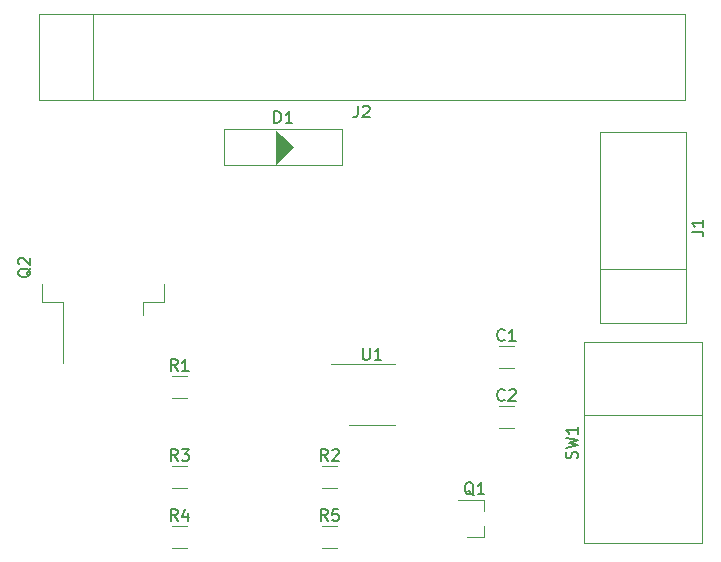
<source format=gbr>
G04 #@! TF.GenerationSoftware,KiCad,Pcbnew,7.0.7*
G04 #@! TF.CreationDate,2023-08-23T14:54:37-06:00*
G04 #@! TF.ProjectId,seedlab-power,73656564-6c61-4622-9d70-6f7765722e6b,rev?*
G04 #@! TF.SameCoordinates,Original*
G04 #@! TF.FileFunction,Legend,Top*
G04 #@! TF.FilePolarity,Positive*
%FSLAX46Y46*%
G04 Gerber Fmt 4.6, Leading zero omitted, Abs format (unit mm)*
G04 Created by KiCad (PCBNEW 7.0.7) date 2023-08-23 14:54:37*
%MOMM*%
%LPD*%
G01*
G04 APERTURE LIST*
%ADD10C,0.150000*%
%ADD11C,0.120000*%
%ADD12C,0.100000*%
G04 APERTURE END LIST*
D10*
X64473333Y-64579580D02*
X64425714Y-64627200D01*
X64425714Y-64627200D02*
X64282857Y-64674819D01*
X64282857Y-64674819D02*
X64187619Y-64674819D01*
X64187619Y-64674819D02*
X64044762Y-64627200D01*
X64044762Y-64627200D02*
X63949524Y-64531961D01*
X63949524Y-64531961D02*
X63901905Y-64436723D01*
X63901905Y-64436723D02*
X63854286Y-64246247D01*
X63854286Y-64246247D02*
X63854286Y-64103390D01*
X63854286Y-64103390D02*
X63901905Y-63912914D01*
X63901905Y-63912914D02*
X63949524Y-63817676D01*
X63949524Y-63817676D02*
X64044762Y-63722438D01*
X64044762Y-63722438D02*
X64187619Y-63674819D01*
X64187619Y-63674819D02*
X64282857Y-63674819D01*
X64282857Y-63674819D02*
X64425714Y-63722438D01*
X64425714Y-63722438D02*
X64473333Y-63770057D01*
X65425714Y-64674819D02*
X64854286Y-64674819D01*
X65140000Y-64674819D02*
X65140000Y-63674819D01*
X65140000Y-63674819D02*
X65044762Y-63817676D01*
X65044762Y-63817676D02*
X64949524Y-63912914D01*
X64949524Y-63912914D02*
X64854286Y-63960533D01*
X64473333Y-69659580D02*
X64425714Y-69707200D01*
X64425714Y-69707200D02*
X64282857Y-69754819D01*
X64282857Y-69754819D02*
X64187619Y-69754819D01*
X64187619Y-69754819D02*
X64044762Y-69707200D01*
X64044762Y-69707200D02*
X63949524Y-69611961D01*
X63949524Y-69611961D02*
X63901905Y-69516723D01*
X63901905Y-69516723D02*
X63854286Y-69326247D01*
X63854286Y-69326247D02*
X63854286Y-69183390D01*
X63854286Y-69183390D02*
X63901905Y-68992914D01*
X63901905Y-68992914D02*
X63949524Y-68897676D01*
X63949524Y-68897676D02*
X64044762Y-68802438D01*
X64044762Y-68802438D02*
X64187619Y-68754819D01*
X64187619Y-68754819D02*
X64282857Y-68754819D01*
X64282857Y-68754819D02*
X64425714Y-68802438D01*
X64425714Y-68802438D02*
X64473333Y-68850057D01*
X64854286Y-68850057D02*
X64901905Y-68802438D01*
X64901905Y-68802438D02*
X64997143Y-68754819D01*
X64997143Y-68754819D02*
X65235238Y-68754819D01*
X65235238Y-68754819D02*
X65330476Y-68802438D01*
X65330476Y-68802438D02*
X65378095Y-68850057D01*
X65378095Y-68850057D02*
X65425714Y-68945295D01*
X65425714Y-68945295D02*
X65425714Y-69040533D01*
X65425714Y-69040533D02*
X65378095Y-69183390D01*
X65378095Y-69183390D02*
X64806667Y-69754819D01*
X64806667Y-69754819D02*
X65425714Y-69754819D01*
X44981905Y-46214819D02*
X44981905Y-45214819D01*
X44981905Y-45214819D02*
X45220000Y-45214819D01*
X45220000Y-45214819D02*
X45362857Y-45262438D01*
X45362857Y-45262438D02*
X45458095Y-45357676D01*
X45458095Y-45357676D02*
X45505714Y-45452914D01*
X45505714Y-45452914D02*
X45553333Y-45643390D01*
X45553333Y-45643390D02*
X45553333Y-45786247D01*
X45553333Y-45786247D02*
X45505714Y-45976723D01*
X45505714Y-45976723D02*
X45458095Y-46071961D01*
X45458095Y-46071961D02*
X45362857Y-46167200D01*
X45362857Y-46167200D02*
X45220000Y-46214819D01*
X45220000Y-46214819D02*
X44981905Y-46214819D01*
X46505714Y-46214819D02*
X45934286Y-46214819D01*
X46220000Y-46214819D02*
X46220000Y-45214819D01*
X46220000Y-45214819D02*
X46124762Y-45357676D01*
X46124762Y-45357676D02*
X46029524Y-45452914D01*
X46029524Y-45452914D02*
X45934286Y-45500533D01*
X80304819Y-55423333D02*
X81019104Y-55423333D01*
X81019104Y-55423333D02*
X81161961Y-55470952D01*
X81161961Y-55470952D02*
X81257200Y-55566190D01*
X81257200Y-55566190D02*
X81304819Y-55709047D01*
X81304819Y-55709047D02*
X81304819Y-55804285D01*
X81304819Y-54423333D02*
X81304819Y-54994761D01*
X81304819Y-54709047D02*
X80304819Y-54709047D01*
X80304819Y-54709047D02*
X80447676Y-54804285D01*
X80447676Y-54804285D02*
X80542914Y-54899523D01*
X80542914Y-54899523D02*
X80590533Y-54994761D01*
X52046666Y-44744819D02*
X52046666Y-45459104D01*
X52046666Y-45459104D02*
X51999047Y-45601961D01*
X51999047Y-45601961D02*
X51903809Y-45697200D01*
X51903809Y-45697200D02*
X51760952Y-45744819D01*
X51760952Y-45744819D02*
X51665714Y-45744819D01*
X52475238Y-44840057D02*
X52522857Y-44792438D01*
X52522857Y-44792438D02*
X52618095Y-44744819D01*
X52618095Y-44744819D02*
X52856190Y-44744819D01*
X52856190Y-44744819D02*
X52951428Y-44792438D01*
X52951428Y-44792438D02*
X52999047Y-44840057D01*
X52999047Y-44840057D02*
X53046666Y-44935295D01*
X53046666Y-44935295D02*
X53046666Y-45030533D01*
X53046666Y-45030533D02*
X52999047Y-45173390D01*
X52999047Y-45173390D02*
X52427619Y-45744819D01*
X52427619Y-45744819D02*
X53046666Y-45744819D01*
X61864761Y-77740057D02*
X61769523Y-77692438D01*
X61769523Y-77692438D02*
X61674285Y-77597200D01*
X61674285Y-77597200D02*
X61531428Y-77454342D01*
X61531428Y-77454342D02*
X61436190Y-77406723D01*
X61436190Y-77406723D02*
X61340952Y-77406723D01*
X61388571Y-77644819D02*
X61293333Y-77597200D01*
X61293333Y-77597200D02*
X61198095Y-77501961D01*
X61198095Y-77501961D02*
X61150476Y-77311485D01*
X61150476Y-77311485D02*
X61150476Y-76978152D01*
X61150476Y-76978152D02*
X61198095Y-76787676D01*
X61198095Y-76787676D02*
X61293333Y-76692438D01*
X61293333Y-76692438D02*
X61388571Y-76644819D01*
X61388571Y-76644819D02*
X61579047Y-76644819D01*
X61579047Y-76644819D02*
X61674285Y-76692438D01*
X61674285Y-76692438D02*
X61769523Y-76787676D01*
X61769523Y-76787676D02*
X61817142Y-76978152D01*
X61817142Y-76978152D02*
X61817142Y-77311485D01*
X61817142Y-77311485D02*
X61769523Y-77501961D01*
X61769523Y-77501961D02*
X61674285Y-77597200D01*
X61674285Y-77597200D02*
X61579047Y-77644819D01*
X61579047Y-77644819D02*
X61388571Y-77644819D01*
X62769523Y-77644819D02*
X62198095Y-77644819D01*
X62483809Y-77644819D02*
X62483809Y-76644819D01*
X62483809Y-76644819D02*
X62388571Y-76787676D01*
X62388571Y-76787676D02*
X62293333Y-76882914D01*
X62293333Y-76882914D02*
X62198095Y-76930533D01*
X24380057Y-58515238D02*
X24332438Y-58610476D01*
X24332438Y-58610476D02*
X24237200Y-58705714D01*
X24237200Y-58705714D02*
X24094342Y-58848571D01*
X24094342Y-58848571D02*
X24046723Y-58943809D01*
X24046723Y-58943809D02*
X24046723Y-59039047D01*
X24284819Y-58991428D02*
X24237200Y-59086666D01*
X24237200Y-59086666D02*
X24141961Y-59181904D01*
X24141961Y-59181904D02*
X23951485Y-59229523D01*
X23951485Y-59229523D02*
X23618152Y-59229523D01*
X23618152Y-59229523D02*
X23427676Y-59181904D01*
X23427676Y-59181904D02*
X23332438Y-59086666D01*
X23332438Y-59086666D02*
X23284819Y-58991428D01*
X23284819Y-58991428D02*
X23284819Y-58800952D01*
X23284819Y-58800952D02*
X23332438Y-58705714D01*
X23332438Y-58705714D02*
X23427676Y-58610476D01*
X23427676Y-58610476D02*
X23618152Y-58562857D01*
X23618152Y-58562857D02*
X23951485Y-58562857D01*
X23951485Y-58562857D02*
X24141961Y-58610476D01*
X24141961Y-58610476D02*
X24237200Y-58705714D01*
X24237200Y-58705714D02*
X24284819Y-58800952D01*
X24284819Y-58800952D02*
X24284819Y-58991428D01*
X23380057Y-58181904D02*
X23332438Y-58134285D01*
X23332438Y-58134285D02*
X23284819Y-58039047D01*
X23284819Y-58039047D02*
X23284819Y-57800952D01*
X23284819Y-57800952D02*
X23332438Y-57705714D01*
X23332438Y-57705714D02*
X23380057Y-57658095D01*
X23380057Y-57658095D02*
X23475295Y-57610476D01*
X23475295Y-57610476D02*
X23570533Y-57610476D01*
X23570533Y-57610476D02*
X23713390Y-57658095D01*
X23713390Y-57658095D02*
X24284819Y-58229523D01*
X24284819Y-58229523D02*
X24284819Y-57610476D01*
X36793333Y-67214819D02*
X36460000Y-66738628D01*
X36221905Y-67214819D02*
X36221905Y-66214819D01*
X36221905Y-66214819D02*
X36602857Y-66214819D01*
X36602857Y-66214819D02*
X36698095Y-66262438D01*
X36698095Y-66262438D02*
X36745714Y-66310057D01*
X36745714Y-66310057D02*
X36793333Y-66405295D01*
X36793333Y-66405295D02*
X36793333Y-66548152D01*
X36793333Y-66548152D02*
X36745714Y-66643390D01*
X36745714Y-66643390D02*
X36698095Y-66691009D01*
X36698095Y-66691009D02*
X36602857Y-66738628D01*
X36602857Y-66738628D02*
X36221905Y-66738628D01*
X37745714Y-67214819D02*
X37174286Y-67214819D01*
X37460000Y-67214819D02*
X37460000Y-66214819D01*
X37460000Y-66214819D02*
X37364762Y-66357676D01*
X37364762Y-66357676D02*
X37269524Y-66452914D01*
X37269524Y-66452914D02*
X37174286Y-66500533D01*
X49493333Y-74834819D02*
X49160000Y-74358628D01*
X48921905Y-74834819D02*
X48921905Y-73834819D01*
X48921905Y-73834819D02*
X49302857Y-73834819D01*
X49302857Y-73834819D02*
X49398095Y-73882438D01*
X49398095Y-73882438D02*
X49445714Y-73930057D01*
X49445714Y-73930057D02*
X49493333Y-74025295D01*
X49493333Y-74025295D02*
X49493333Y-74168152D01*
X49493333Y-74168152D02*
X49445714Y-74263390D01*
X49445714Y-74263390D02*
X49398095Y-74311009D01*
X49398095Y-74311009D02*
X49302857Y-74358628D01*
X49302857Y-74358628D02*
X48921905Y-74358628D01*
X49874286Y-73930057D02*
X49921905Y-73882438D01*
X49921905Y-73882438D02*
X50017143Y-73834819D01*
X50017143Y-73834819D02*
X50255238Y-73834819D01*
X50255238Y-73834819D02*
X50350476Y-73882438D01*
X50350476Y-73882438D02*
X50398095Y-73930057D01*
X50398095Y-73930057D02*
X50445714Y-74025295D01*
X50445714Y-74025295D02*
X50445714Y-74120533D01*
X50445714Y-74120533D02*
X50398095Y-74263390D01*
X50398095Y-74263390D02*
X49826667Y-74834819D01*
X49826667Y-74834819D02*
X50445714Y-74834819D01*
X36793333Y-74834819D02*
X36460000Y-74358628D01*
X36221905Y-74834819D02*
X36221905Y-73834819D01*
X36221905Y-73834819D02*
X36602857Y-73834819D01*
X36602857Y-73834819D02*
X36698095Y-73882438D01*
X36698095Y-73882438D02*
X36745714Y-73930057D01*
X36745714Y-73930057D02*
X36793333Y-74025295D01*
X36793333Y-74025295D02*
X36793333Y-74168152D01*
X36793333Y-74168152D02*
X36745714Y-74263390D01*
X36745714Y-74263390D02*
X36698095Y-74311009D01*
X36698095Y-74311009D02*
X36602857Y-74358628D01*
X36602857Y-74358628D02*
X36221905Y-74358628D01*
X37126667Y-73834819D02*
X37745714Y-73834819D01*
X37745714Y-73834819D02*
X37412381Y-74215771D01*
X37412381Y-74215771D02*
X37555238Y-74215771D01*
X37555238Y-74215771D02*
X37650476Y-74263390D01*
X37650476Y-74263390D02*
X37698095Y-74311009D01*
X37698095Y-74311009D02*
X37745714Y-74406247D01*
X37745714Y-74406247D02*
X37745714Y-74644342D01*
X37745714Y-74644342D02*
X37698095Y-74739580D01*
X37698095Y-74739580D02*
X37650476Y-74787200D01*
X37650476Y-74787200D02*
X37555238Y-74834819D01*
X37555238Y-74834819D02*
X37269524Y-74834819D01*
X37269524Y-74834819D02*
X37174286Y-74787200D01*
X37174286Y-74787200D02*
X37126667Y-74739580D01*
X36793333Y-79914819D02*
X36460000Y-79438628D01*
X36221905Y-79914819D02*
X36221905Y-78914819D01*
X36221905Y-78914819D02*
X36602857Y-78914819D01*
X36602857Y-78914819D02*
X36698095Y-78962438D01*
X36698095Y-78962438D02*
X36745714Y-79010057D01*
X36745714Y-79010057D02*
X36793333Y-79105295D01*
X36793333Y-79105295D02*
X36793333Y-79248152D01*
X36793333Y-79248152D02*
X36745714Y-79343390D01*
X36745714Y-79343390D02*
X36698095Y-79391009D01*
X36698095Y-79391009D02*
X36602857Y-79438628D01*
X36602857Y-79438628D02*
X36221905Y-79438628D01*
X37650476Y-79248152D02*
X37650476Y-79914819D01*
X37412381Y-78867200D02*
X37174286Y-79581485D01*
X37174286Y-79581485D02*
X37793333Y-79581485D01*
X49493333Y-79914819D02*
X49160000Y-79438628D01*
X48921905Y-79914819D02*
X48921905Y-78914819D01*
X48921905Y-78914819D02*
X49302857Y-78914819D01*
X49302857Y-78914819D02*
X49398095Y-78962438D01*
X49398095Y-78962438D02*
X49445714Y-79010057D01*
X49445714Y-79010057D02*
X49493333Y-79105295D01*
X49493333Y-79105295D02*
X49493333Y-79248152D01*
X49493333Y-79248152D02*
X49445714Y-79343390D01*
X49445714Y-79343390D02*
X49398095Y-79391009D01*
X49398095Y-79391009D02*
X49302857Y-79438628D01*
X49302857Y-79438628D02*
X48921905Y-79438628D01*
X50398095Y-78914819D02*
X49921905Y-78914819D01*
X49921905Y-78914819D02*
X49874286Y-79391009D01*
X49874286Y-79391009D02*
X49921905Y-79343390D01*
X49921905Y-79343390D02*
X50017143Y-79295771D01*
X50017143Y-79295771D02*
X50255238Y-79295771D01*
X50255238Y-79295771D02*
X50350476Y-79343390D01*
X50350476Y-79343390D02*
X50398095Y-79391009D01*
X50398095Y-79391009D02*
X50445714Y-79486247D01*
X50445714Y-79486247D02*
X50445714Y-79724342D01*
X50445714Y-79724342D02*
X50398095Y-79819580D01*
X50398095Y-79819580D02*
X50350476Y-79867200D01*
X50350476Y-79867200D02*
X50255238Y-79914819D01*
X50255238Y-79914819D02*
X50017143Y-79914819D01*
X50017143Y-79914819D02*
X49921905Y-79867200D01*
X49921905Y-79867200D02*
X49874286Y-79819580D01*
X70607200Y-74613332D02*
X70654819Y-74470475D01*
X70654819Y-74470475D02*
X70654819Y-74232380D01*
X70654819Y-74232380D02*
X70607200Y-74137142D01*
X70607200Y-74137142D02*
X70559580Y-74089523D01*
X70559580Y-74089523D02*
X70464342Y-74041904D01*
X70464342Y-74041904D02*
X70369104Y-74041904D01*
X70369104Y-74041904D02*
X70273866Y-74089523D01*
X70273866Y-74089523D02*
X70226247Y-74137142D01*
X70226247Y-74137142D02*
X70178628Y-74232380D01*
X70178628Y-74232380D02*
X70131009Y-74422856D01*
X70131009Y-74422856D02*
X70083390Y-74518094D01*
X70083390Y-74518094D02*
X70035771Y-74565713D01*
X70035771Y-74565713D02*
X69940533Y-74613332D01*
X69940533Y-74613332D02*
X69845295Y-74613332D01*
X69845295Y-74613332D02*
X69750057Y-74565713D01*
X69750057Y-74565713D02*
X69702438Y-74518094D01*
X69702438Y-74518094D02*
X69654819Y-74422856D01*
X69654819Y-74422856D02*
X69654819Y-74184761D01*
X69654819Y-74184761D02*
X69702438Y-74041904D01*
X69654819Y-73708570D02*
X70654819Y-73470475D01*
X70654819Y-73470475D02*
X69940533Y-73279999D01*
X69940533Y-73279999D02*
X70654819Y-73089523D01*
X70654819Y-73089523D02*
X69654819Y-72851428D01*
X70654819Y-71946666D02*
X70654819Y-72518094D01*
X70654819Y-72232380D02*
X69654819Y-72232380D01*
X69654819Y-72232380D02*
X69797676Y-72327618D01*
X69797676Y-72327618D02*
X69892914Y-72422856D01*
X69892914Y-72422856D02*
X69940533Y-72518094D01*
X52480595Y-65269819D02*
X52480595Y-66079342D01*
X52480595Y-66079342D02*
X52528214Y-66174580D01*
X52528214Y-66174580D02*
X52575833Y-66222200D01*
X52575833Y-66222200D02*
X52671071Y-66269819D01*
X52671071Y-66269819D02*
X52861547Y-66269819D01*
X52861547Y-66269819D02*
X52956785Y-66222200D01*
X52956785Y-66222200D02*
X53004404Y-66174580D01*
X53004404Y-66174580D02*
X53052023Y-66079342D01*
X53052023Y-66079342D02*
X53052023Y-65269819D01*
X54052023Y-66269819D02*
X53480595Y-66269819D01*
X53766309Y-66269819D02*
X53766309Y-65269819D01*
X53766309Y-65269819D02*
X53671071Y-65412676D01*
X53671071Y-65412676D02*
X53575833Y-65507914D01*
X53575833Y-65507914D02*
X53480595Y-65555533D01*
D11*
X64037936Y-65130000D02*
X65242064Y-65130000D01*
X64037936Y-66950000D02*
X65242064Y-66950000D01*
X64037936Y-70210000D02*
X65242064Y-70210000D01*
X64037936Y-72030000D02*
X65242064Y-72030000D01*
X50720000Y-46760000D02*
X50720000Y-49760000D01*
X40767000Y-46760000D02*
X50720000Y-46760000D01*
X50720000Y-49760000D02*
X40720000Y-49760000D01*
X40720000Y-49760000D02*
X40720000Y-46736000D01*
D12*
X46520100Y-48260000D02*
X45110400Y-49669700D01*
X45110400Y-46850300D01*
X46520100Y-48260000D01*
G36*
X46520100Y-48260000D02*
G01*
X45110400Y-49669700D01*
X45110400Y-46850300D01*
X46520100Y-48260000D01*
G37*
D11*
X72550000Y-63190000D02*
X72550000Y-46990000D01*
X79850000Y-63190000D02*
X72550000Y-63190000D01*
X72550000Y-58590000D02*
X79850000Y-58590000D01*
X72550000Y-46990000D02*
X79850000Y-46990000D01*
X79850000Y-46990000D02*
X79850000Y-63190000D01*
X25030000Y-36990000D02*
X79730000Y-36990000D01*
X25030000Y-44290000D02*
X25030000Y-36990000D01*
X29630000Y-36990000D02*
X29630000Y-44290000D01*
X79730000Y-36990000D02*
X79730000Y-44290000D01*
X79730000Y-44290000D02*
X25030000Y-44290000D01*
X62720000Y-78110000D02*
X60560000Y-78110000D01*
X62720000Y-78110000D02*
X62720000Y-79040000D01*
X62720000Y-81270000D02*
X61260000Y-81270000D01*
X62720000Y-81270000D02*
X62720000Y-80340000D01*
X25280000Y-61370000D02*
X27090000Y-61370000D01*
X27090000Y-61370000D02*
X27090000Y-66495000D01*
X33870000Y-61370000D02*
X33870000Y-62470000D01*
X35680000Y-61370000D02*
X33870000Y-61370000D01*
X25280000Y-59870000D02*
X25280000Y-61370000D01*
X35680000Y-59870000D02*
X35680000Y-61370000D01*
X36357936Y-67670000D02*
X37562064Y-67670000D01*
X36357936Y-69490000D02*
X37562064Y-69490000D01*
X49057936Y-75290000D02*
X50262064Y-75290000D01*
X49057936Y-77110000D02*
X50262064Y-77110000D01*
X36357936Y-75290000D02*
X37562064Y-75290000D01*
X36357936Y-77110000D02*
X37562064Y-77110000D01*
X36357936Y-80370000D02*
X37562064Y-80370000D01*
X36357936Y-82190000D02*
X37562064Y-82190000D01*
X49057936Y-80370000D02*
X50262064Y-80370000D01*
X49057936Y-82190000D02*
X50262064Y-82190000D01*
X81200000Y-64780000D02*
X81200000Y-81780000D01*
X71200000Y-64780000D02*
X81200000Y-64780000D01*
X81200000Y-70930000D02*
X71200000Y-70930000D01*
X81200000Y-81780000D02*
X71200000Y-81780000D01*
X71200000Y-81780000D02*
X71200000Y-64780000D01*
X53242500Y-66655000D02*
X49792500Y-66655000D01*
X53242500Y-66655000D02*
X55192500Y-66655000D01*
X53242500Y-71775000D02*
X51292500Y-71775000D01*
X53242500Y-71775000D02*
X55192500Y-71775000D01*
M02*

</source>
